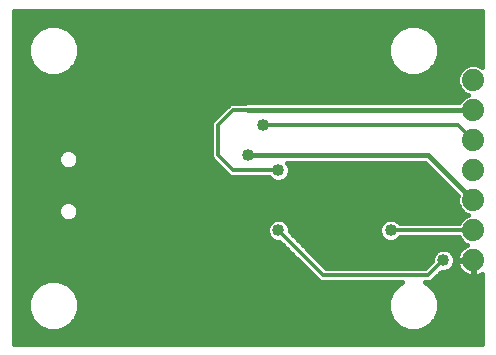
<source format=gbl>
G75*
%MOIN*%
%OFA0B0*%
%FSLAX25Y25*%
%IPPOS*%
%LPD*%
%AMOC8*
5,1,8,0,0,1.08239X$1,22.5*
%
%ADD10C,0.07400*%
%ADD11C,0.04000*%
%ADD12C,0.01600*%
%ADD13C,0.01200*%
%ADD14C,0.04362*%
D10*
X0243333Y0080000D03*
X0243333Y0090000D03*
X0243333Y0100000D03*
X0243333Y0110000D03*
X0243333Y0120000D03*
X0243333Y0130000D03*
X0243333Y0140000D03*
D11*
X0173333Y0125000D03*
X0168333Y0115000D03*
X0178333Y0110000D03*
X0175833Y0102500D03*
X0148333Y0095000D03*
X0178333Y0090000D03*
X0203333Y0085000D03*
X0215833Y0090000D03*
X0233333Y0080000D03*
X0238333Y0070000D03*
X0218333Y0110000D03*
X0128333Y0070000D03*
D12*
X0090333Y0052000D02*
X0090333Y0162961D01*
X0246333Y0163000D01*
X0246333Y0144494D01*
X0244388Y0145300D01*
X0242279Y0145300D01*
X0240331Y0144493D01*
X0238840Y0143002D01*
X0238033Y0141054D01*
X0238033Y0138946D01*
X0238840Y0136998D01*
X0240331Y0135507D01*
X0241555Y0135000D01*
X0240331Y0134493D01*
X0238840Y0133002D01*
X0238674Y0132600D01*
X0167816Y0132600D01*
X0167333Y0132400D01*
X0162856Y0132400D01*
X0161974Y0132035D01*
X0156974Y0127035D01*
X0156299Y0126359D01*
X0155933Y0125477D01*
X0155933Y0114523D01*
X0156299Y0113641D01*
X0161299Y0108641D01*
X0161974Y0107965D01*
X0162856Y0107600D01*
X0175359Y0107600D01*
X0176181Y0106779D01*
X0177577Y0106200D01*
X0179089Y0106200D01*
X0180486Y0106779D01*
X0181555Y0107847D01*
X0182133Y0109244D01*
X0182133Y0110756D01*
X0181555Y0112153D01*
X0181307Y0112400D01*
X0227256Y0112400D01*
X0238200Y0101456D01*
X0238033Y0101054D01*
X0238033Y0098946D01*
X0238840Y0096998D01*
X0240331Y0095507D01*
X0241555Y0095000D01*
X0240331Y0094493D01*
X0238840Y0093002D01*
X0238591Y0092400D01*
X0218807Y0092400D01*
X0217986Y0093221D01*
X0216589Y0093800D01*
X0215077Y0093800D01*
X0213681Y0093221D01*
X0212612Y0092153D01*
X0212033Y0090756D01*
X0212033Y0089244D01*
X0212612Y0087847D01*
X0213681Y0086779D01*
X0215077Y0086200D01*
X0216589Y0086200D01*
X0217986Y0086779D01*
X0218807Y0087600D01*
X0238591Y0087600D01*
X0238840Y0086998D01*
X0240331Y0085507D01*
X0241277Y0085115D01*
X0241222Y0085097D01*
X0240451Y0084704D01*
X0239750Y0084195D01*
X0239138Y0083583D01*
X0238629Y0082883D01*
X0238236Y0082111D01*
X0237969Y0081288D01*
X0237833Y0080433D01*
X0237833Y0080200D01*
X0243133Y0080200D01*
X0243133Y0079800D01*
X0237833Y0079800D01*
X0237833Y0079567D01*
X0237969Y0078712D01*
X0238236Y0077889D01*
X0238629Y0077117D01*
X0239138Y0076417D01*
X0239750Y0075805D01*
X0240451Y0075296D01*
X0241222Y0074903D01*
X0242045Y0074635D01*
X0242900Y0074500D01*
X0243133Y0074500D01*
X0243133Y0079800D01*
X0243533Y0079800D01*
X0243533Y0074500D01*
X0243766Y0074500D01*
X0244621Y0074635D01*
X0245445Y0074903D01*
X0246216Y0075296D01*
X0246333Y0075381D01*
X0246333Y0052000D01*
X0090333Y0052000D01*
X0090333Y0053197D02*
X0246333Y0053197D01*
X0246333Y0054796D02*
X0090333Y0054796D01*
X0090333Y0056394D02*
X0246333Y0056394D01*
X0246333Y0057993D02*
X0228347Y0057993D01*
X0228148Y0057794D02*
X0230539Y0060185D01*
X0231833Y0063309D01*
X0231833Y0066691D01*
X0230539Y0069815D01*
X0228148Y0072206D01*
X0227197Y0072600D01*
X0228811Y0072600D01*
X0229693Y0072965D01*
X0230368Y0073641D01*
X0232927Y0076200D01*
X0234089Y0076200D01*
X0235486Y0076779D01*
X0236555Y0077847D01*
X0237133Y0079244D01*
X0237133Y0080756D01*
X0236555Y0082153D01*
X0235486Y0083221D01*
X0234089Y0083800D01*
X0232577Y0083800D01*
X0231181Y0083221D01*
X0230112Y0082153D01*
X0229533Y0080756D01*
X0229533Y0079594D01*
X0227339Y0077400D01*
X0194327Y0077400D01*
X0182133Y0089594D01*
X0182133Y0090756D01*
X0181555Y0092153D01*
X0180486Y0093221D01*
X0179089Y0093800D01*
X0177577Y0093800D01*
X0176181Y0093221D01*
X0175112Y0092153D01*
X0174533Y0090756D01*
X0174533Y0089244D01*
X0175112Y0087847D01*
X0176181Y0086779D01*
X0177577Y0086200D01*
X0178739Y0086200D01*
X0191974Y0072965D01*
X0192856Y0072600D01*
X0219470Y0072600D01*
X0218518Y0072206D01*
X0216127Y0069815D01*
X0216127Y0069815D01*
X0214833Y0066691D01*
X0214833Y0063309D01*
X0216127Y0060185D01*
X0218518Y0057794D01*
X0218518Y0057794D01*
X0221643Y0056500D01*
X0222836Y0056500D01*
X0225024Y0056500D01*
X0228148Y0057794D01*
X0228148Y0057794D01*
X0229945Y0059591D02*
X0246333Y0059591D01*
X0246333Y0061190D02*
X0230955Y0061190D01*
X0230539Y0060185D02*
X0230539Y0060185D01*
X0231617Y0062788D02*
X0246333Y0062788D01*
X0246333Y0064387D02*
X0231833Y0064387D01*
X0231833Y0065985D02*
X0246333Y0065985D01*
X0246333Y0067584D02*
X0231463Y0067584D01*
X0230801Y0069182D02*
X0246333Y0069182D01*
X0246333Y0070781D02*
X0229573Y0070781D01*
X0230539Y0069815D02*
X0230539Y0069815D01*
X0228148Y0072206D02*
X0228148Y0072206D01*
X0227730Y0072379D02*
X0246333Y0072379D01*
X0246333Y0073978D02*
X0230705Y0073978D01*
X0232304Y0075576D02*
X0240065Y0075576D01*
X0238600Y0077175D02*
X0235882Y0077175D01*
X0236938Y0078773D02*
X0237959Y0078773D01*
X0237833Y0080372D02*
X0237133Y0080372D01*
X0236630Y0081970D02*
X0238190Y0081970D01*
X0239128Y0083569D02*
X0234647Y0083569D01*
X0232019Y0083569D02*
X0188159Y0083569D01*
X0189757Y0081970D02*
X0230036Y0081970D01*
X0229533Y0080372D02*
X0191356Y0080372D01*
X0192954Y0078773D02*
X0228712Y0078773D01*
X0218937Y0072379D02*
X0107730Y0072379D01*
X0108148Y0072206D02*
X0105024Y0073500D01*
X0101643Y0073500D01*
X0098518Y0072206D01*
X0096127Y0069815D01*
X0096127Y0069815D01*
X0094833Y0066691D01*
X0094833Y0063309D01*
X0096127Y0060185D01*
X0098518Y0057794D01*
X0098518Y0057794D01*
X0101643Y0056500D01*
X0103830Y0056500D01*
X0105024Y0056500D01*
X0105024Y0056500D01*
X0108148Y0057794D01*
X0108148Y0057794D01*
X0110539Y0060185D01*
X0111833Y0063309D01*
X0111833Y0066691D01*
X0110539Y0069815D01*
X0108148Y0072206D01*
X0108148Y0072206D01*
X0109573Y0070781D02*
X0217093Y0070781D01*
X0218518Y0072206D02*
X0218518Y0072206D01*
X0215865Y0069182D02*
X0110801Y0069182D01*
X0110539Y0069815D02*
X0110539Y0069815D01*
X0111463Y0067584D02*
X0215203Y0067584D01*
X0214833Y0065985D02*
X0111833Y0065985D01*
X0111833Y0064387D02*
X0214833Y0064387D01*
X0215049Y0062788D02*
X0111617Y0062788D01*
X0110955Y0061190D02*
X0215711Y0061190D01*
X0216127Y0060185D02*
X0216127Y0060185D01*
X0216721Y0059591D02*
X0109945Y0059591D01*
X0110539Y0060185D02*
X0110539Y0060185D01*
X0108347Y0057993D02*
X0218320Y0057993D01*
X0243133Y0075576D02*
X0243533Y0075576D01*
X0243533Y0077175D02*
X0243133Y0077175D01*
X0243133Y0078773D02*
X0243533Y0078773D01*
X0241151Y0085167D02*
X0186560Y0085167D01*
X0184962Y0086766D02*
X0213712Y0086766D01*
X0212398Y0088364D02*
X0183363Y0088364D01*
X0182133Y0089963D02*
X0212033Y0089963D01*
X0212367Y0091561D02*
X0181800Y0091561D01*
X0180548Y0093160D02*
X0213619Y0093160D01*
X0218048Y0093160D02*
X0238998Y0093160D01*
X0240971Y0094758D02*
X0111328Y0094758D01*
X0111192Y0094429D02*
X0111705Y0095668D01*
X0111705Y0097009D01*
X0111192Y0098248D01*
X0110243Y0099197D01*
X0109004Y0099710D01*
X0107663Y0099710D01*
X0106423Y0099197D01*
X0105475Y0098248D01*
X0104962Y0097009D01*
X0104962Y0095668D01*
X0105475Y0094429D01*
X0106423Y0093480D01*
X0107663Y0092967D01*
X0109004Y0092967D01*
X0110243Y0093480D01*
X0111192Y0094429D01*
X0109470Y0093160D02*
X0176119Y0093160D01*
X0174867Y0091561D02*
X0090333Y0091561D01*
X0090333Y0089963D02*
X0174533Y0089963D01*
X0174898Y0088364D02*
X0090333Y0088364D01*
X0090333Y0086766D02*
X0176212Y0086766D01*
X0179772Y0085167D02*
X0090333Y0085167D01*
X0090333Y0083569D02*
X0181370Y0083569D01*
X0182969Y0081970D02*
X0090333Y0081970D01*
X0090333Y0080372D02*
X0184567Y0080372D01*
X0186166Y0078773D02*
X0090333Y0078773D01*
X0090333Y0077175D02*
X0187765Y0077175D01*
X0189363Y0075576D02*
X0090333Y0075576D01*
X0090333Y0073978D02*
X0190962Y0073978D01*
X0217955Y0086766D02*
X0239072Y0086766D01*
X0239481Y0096357D02*
X0111705Y0096357D01*
X0111313Y0097955D02*
X0238444Y0097955D01*
X0238033Y0099554D02*
X0109382Y0099554D01*
X0107285Y0099554D02*
X0090333Y0099554D01*
X0090333Y0101152D02*
X0238074Y0101152D01*
X0236906Y0102751D02*
X0090333Y0102751D01*
X0090333Y0104349D02*
X0235307Y0104349D01*
X0233708Y0105948D02*
X0090333Y0105948D01*
X0090333Y0107546D02*
X0175413Y0107546D01*
X0181254Y0107546D02*
X0232110Y0107546D01*
X0230511Y0109145D02*
X0182092Y0109145D01*
X0182133Y0110743D02*
X0228913Y0110743D01*
X0227314Y0112342D02*
X0181365Y0112342D01*
X0168333Y0115000D02*
X0228333Y0115000D01*
X0243333Y0100000D01*
X0243333Y0130000D02*
X0168333Y0130000D01*
X0161463Y0131524D02*
X0090333Y0131524D01*
X0090333Y0129926D02*
X0159865Y0129926D01*
X0158266Y0128327D02*
X0090333Y0128327D01*
X0090333Y0126729D02*
X0156668Y0126729D01*
X0155933Y0125130D02*
X0090333Y0125130D01*
X0090333Y0123532D02*
X0155933Y0123532D01*
X0155933Y0121933D02*
X0090333Y0121933D01*
X0090333Y0120334D02*
X0155933Y0120334D01*
X0155933Y0118736D02*
X0090333Y0118736D01*
X0090333Y0117137D02*
X0155933Y0117137D01*
X0155933Y0115539D02*
X0111205Y0115539D01*
X0111192Y0115571D02*
X0110243Y0116520D01*
X0109004Y0117033D01*
X0107663Y0117033D01*
X0106423Y0116520D01*
X0105475Y0115571D01*
X0104962Y0114332D01*
X0104962Y0112991D01*
X0105475Y0111752D01*
X0106423Y0110803D01*
X0107663Y0110290D01*
X0109004Y0110290D01*
X0110243Y0110803D01*
X0111192Y0111752D01*
X0111705Y0112991D01*
X0111705Y0114332D01*
X0111192Y0115571D01*
X0111705Y0113940D02*
X0156174Y0113940D01*
X0157597Y0112342D02*
X0111436Y0112342D01*
X0110099Y0110743D02*
X0159196Y0110743D01*
X0160794Y0109145D02*
X0090333Y0109145D01*
X0090333Y0110743D02*
X0106567Y0110743D01*
X0105230Y0112342D02*
X0090333Y0112342D01*
X0090333Y0113940D02*
X0104962Y0113940D01*
X0105462Y0115539D02*
X0090333Y0115539D01*
X0090333Y0133123D02*
X0238961Y0133123D01*
X0240882Y0134721D02*
X0090333Y0134721D01*
X0090333Y0136320D02*
X0239518Y0136320D01*
X0238459Y0137918D02*
X0090333Y0137918D01*
X0090333Y0139517D02*
X0238033Y0139517D01*
X0238059Y0141115D02*
X0090333Y0141115D01*
X0090333Y0142714D02*
X0098713Y0142714D01*
X0098518Y0142794D02*
X0101643Y0141500D01*
X0102836Y0141500D01*
X0105024Y0141500D01*
X0108148Y0142794D01*
X0108148Y0142794D01*
X0110539Y0145185D01*
X0111833Y0148309D01*
X0111833Y0151691D01*
X0110539Y0154815D01*
X0108148Y0157206D01*
X0105024Y0158500D01*
X0101643Y0158500D01*
X0098518Y0157206D01*
X0096127Y0154815D01*
X0096127Y0154815D01*
X0096127Y0154815D01*
X0094833Y0151691D01*
X0094833Y0148309D01*
X0096127Y0145185D01*
X0098518Y0142794D01*
X0098518Y0142794D01*
X0097000Y0144312D02*
X0090333Y0144312D01*
X0090333Y0145911D02*
X0095827Y0145911D01*
X0096127Y0145185D02*
X0096127Y0145185D01*
X0095165Y0147509D02*
X0090333Y0147509D01*
X0090333Y0149108D02*
X0094833Y0149108D01*
X0094833Y0150706D02*
X0090333Y0150706D01*
X0090333Y0152305D02*
X0095088Y0152305D01*
X0095750Y0153903D02*
X0090333Y0153903D01*
X0090333Y0155502D02*
X0096814Y0155502D01*
X0098413Y0157100D02*
X0090333Y0157100D01*
X0090333Y0158699D02*
X0246333Y0158699D01*
X0246333Y0160297D02*
X0090333Y0160297D01*
X0090333Y0161896D02*
X0246333Y0161896D01*
X0246333Y0157100D02*
X0228254Y0157100D01*
X0228148Y0157206D02*
X0225024Y0158500D01*
X0221643Y0158500D01*
X0218518Y0157206D01*
X0216127Y0154815D01*
X0216127Y0154815D01*
X0214833Y0151691D01*
X0214833Y0148309D01*
X0216127Y0145185D01*
X0218518Y0142794D01*
X0218518Y0142794D01*
X0221643Y0141500D01*
X0223830Y0141500D01*
X0225024Y0141500D01*
X0225024Y0141500D01*
X0228148Y0142794D01*
X0228148Y0142794D01*
X0230539Y0145185D01*
X0231833Y0148309D01*
X0231833Y0151691D01*
X0230539Y0154815D01*
X0228148Y0157206D01*
X0228148Y0157206D01*
X0229852Y0155502D02*
X0246333Y0155502D01*
X0246333Y0153903D02*
X0230917Y0153903D01*
X0230539Y0154815D02*
X0230539Y0154815D01*
X0231579Y0152305D02*
X0246333Y0152305D01*
X0246333Y0150706D02*
X0231833Y0150706D01*
X0231833Y0149108D02*
X0246333Y0149108D01*
X0246333Y0147509D02*
X0231502Y0147509D01*
X0230840Y0145911D02*
X0246333Y0145911D01*
X0240150Y0144312D02*
X0229666Y0144312D01*
X0230539Y0145185D02*
X0230539Y0145185D01*
X0227954Y0142714D02*
X0238721Y0142714D01*
X0218713Y0142714D02*
X0107954Y0142714D01*
X0109666Y0144312D02*
X0217000Y0144312D01*
X0216127Y0145185D02*
X0216127Y0145185D01*
X0215827Y0145911D02*
X0110840Y0145911D01*
X0110539Y0145185D02*
X0110539Y0145185D01*
X0111502Y0147509D02*
X0215165Y0147509D01*
X0214833Y0149108D02*
X0111833Y0149108D01*
X0111833Y0150706D02*
X0214833Y0150706D01*
X0215088Y0152305D02*
X0111579Y0152305D01*
X0110917Y0153903D02*
X0215750Y0153903D01*
X0216814Y0155502D02*
X0109852Y0155502D01*
X0110539Y0154815D02*
X0110539Y0154815D01*
X0108254Y0157100D02*
X0218413Y0157100D01*
X0218518Y0157206D02*
X0218518Y0157206D01*
X0108148Y0157206D02*
X0108148Y0157206D01*
X0098518Y0157206D02*
X0098518Y0157206D01*
X0105354Y0097955D02*
X0090333Y0097955D01*
X0090333Y0096357D02*
X0104962Y0096357D01*
X0105338Y0094758D02*
X0090333Y0094758D01*
X0090333Y0093160D02*
X0107197Y0093160D01*
X0098937Y0072379D02*
X0090333Y0072379D01*
X0090333Y0070781D02*
X0097093Y0070781D01*
X0098518Y0072206D02*
X0098518Y0072206D01*
X0095865Y0069182D02*
X0090333Y0069182D01*
X0090333Y0067584D02*
X0095203Y0067584D01*
X0094833Y0065985D02*
X0090333Y0065985D01*
X0090333Y0064387D02*
X0094833Y0064387D01*
X0095049Y0062788D02*
X0090333Y0062788D01*
X0090333Y0061190D02*
X0095711Y0061190D01*
X0096127Y0060185D02*
X0096127Y0060185D01*
X0096721Y0059591D02*
X0090333Y0059591D01*
X0090333Y0057993D02*
X0098320Y0057993D01*
D13*
X0178333Y0090000D02*
X0193333Y0075000D01*
X0228333Y0075000D01*
X0233333Y0080000D01*
X0243333Y0090000D02*
X0215833Y0090000D01*
X0178333Y0110000D02*
X0163333Y0110000D01*
X0158333Y0115000D01*
X0158333Y0125000D01*
X0163333Y0130000D01*
X0168333Y0130000D01*
X0173333Y0125000D02*
X0238333Y0125000D01*
X0243333Y0120000D01*
D14*
X0188333Y0150000D03*
M02*

</source>
